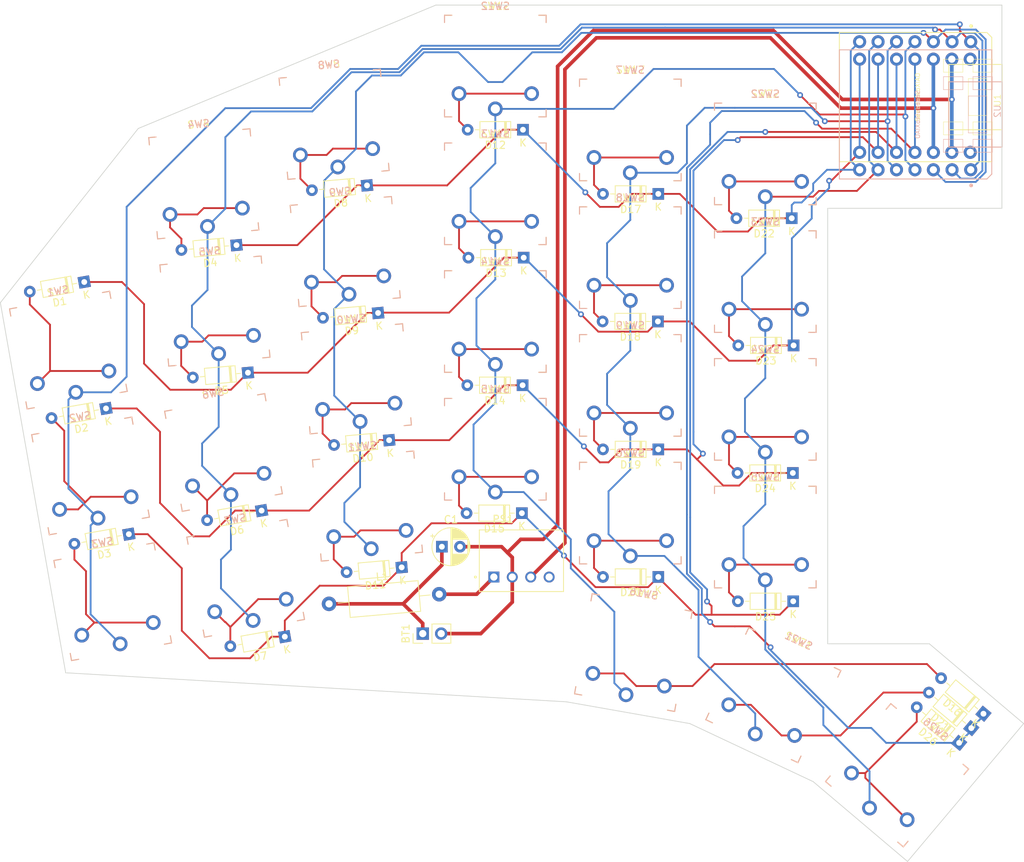
<source format=kicad_pcb>
(kicad_pcb (version 20221018) (generator pcbnew)
  (layers (0 "F.Cu" signal) (31 "B.Cu" signal) (34 "B.Paste" user) (35 "F.Paste" user) (36 "B.SilkS" user "B.Silkscreen") (37 "F.SilkS" user "F.Silkscreen") (38 "B.Mask" user) (39 "F.Mask" user) (44 "Edge.Cuts" user))
  (net 0 "")
  (net 1 "Net-(D1-K)")
  (net 2 "Net-(D1-A)")
  (net 3 "Net-(D10-K)")
  (net 4 "Net-(D2-A)")
  (net 5 "Net-(D11-K)")
  (net 6 "Net-(D3-A)")
  (net 7 "Net-(D12-K)")
  (net 8 "Net-(D4-A)")
  (net 9 "Net-(D5-A)")
  (net 10 "Net-(D6-A)")
  (net 11 "Net-(D7-A)")
  (net 12 "Net-(D8-A)")
  (net 13 "Net-(D9-A)")
  (net 14 "Net-(D10-A)")
  (net 15 "Net-(D11-A)")
  (net 16 "Net-(D12-A)")
  (net 17 "Net-(D13-A)")
  (net 18 "Net-(D14-A)")
  (net 19 "Net-(D15-A)")
  (net 20 "Net-(D16-A)")
  (net 21 "Net-(D17-A)")
  (net 22 "Net-(D18-A)")
  (net 23 "Net-(D19-A)")
  (net 24 "Net-(D20-A)")
  (net 25 "Net-(D21-A)")
  (net 26 "Net-(D22-A)")
  (net 27 "Net-(D23-A)")
  (net 28 "Net-(D24-A)")
  (net 29 "Net-(D25-A)")
  (net 30 "Net-(D26-A)")
  (net 31 "Net-(SW1-A)")
  (net 32 "Net-(SW10-A)")
  (net 33 "Net-(D16-K)")
  (net 34 "Net-(SW4-A)")
  (net 35 "Net-(SW12-A)")
  (net 36 "Net-(SW17-A)")
  (net 37 "Net-(SW22-A)")
  (net 38 "Net-(BT1-+)")
  (net 39 "GND")
  (net 40 "Net-(PS1-+VIN)")
  (net 41 "+3.3V")
  (footprint "Diode_THT:D_DO-35_SOD27_P7.62mm_Horizontal" (layer "F.Cu") (at 171.0436 80.3656 180)
    (fp_text reference "D22")
    (fp_text value "1N4148")
  )
  (footprint "seeduino_xiao:qtpy" (layer "F.Cu") (at 188.146937 63.66914 -90)
    (fp_text reference "U1")
    (fp_text value "SeeeduinoXIAO")
  )
  (footprint "Diode_THT:D_DO-35_SOD27_P7.62mm_Horizontal" (layer "F.Cu") (at 134.0104 68.1736 180)
    (fp_text reference "D12")
    (fp_text value "1N4148")
  )
  (footprint "keyswitches:SW_PG1350_reversible" (layer "F.Cu") (at 149.227 140.216 -10)
    (fp_text reference "SW16")
    (fp_text value "SW_SPST")
  )
  (footprint "Diode_THT:D_DO-35_SOD27_P7.62mm_Horizontal" (layer "F.Cu") (at 152.654 112.2172 180)
    (fp_text reference "D19")
    (fp_text value "1N4148")
  )
  (footprint "keyswitches:SW_PG1350_reversible" (layer "F.Cu") (at 148.8 103.4)
    (fp_text reference "SW19")
    (fp_text value "SW_SPST")
  )
  (footprint "keyswitches:SW_PG1350_reversible" (layer "F.Cu") (at 111.053321 102.49389 5)
    (fp_text reference "SW10")
    (fp_text value "SW_SPST")
  )
  (footprint "Capacitor_THT:CP_Radial_D5.0mm_P2.50mm" (layer "F.Cu") (at 122.8344 125.6284)
    (fp_text reference "C1")
    (fp_text value "2.2uF 16V MLCC")
  )
  (footprint "Diode_THT:D_DO-35_SOD27_P7.62mm_Horizontal" (layer "F.Cu") (at 133.858 121.0056 180)
    (fp_text reference "D15")
    (fp_text value "1N4148")
  )
  (footprint "keyswitches:SW_PG1350_reversible" (layer "F.Cu") (at 74.42712 115.87381 10)
    (fp_text reference "SW2")
    (fp_text value "SW_SPST")
  )
  (footprint "keyswitches:SW_PG1350_reversible" (layer "F.Cu") (at 107.985439 67.427837 5)
    (fp_text reference "SW8")
    (fp_text value "SW_SPST")
  )
  (footprint "Diode_THT:D_DO-35_SOD27_P7.62mm_Horizontal" (layer "F.Cu") (at 195.7832 150.622 140)
    (fp_text reference "D21")
    (fp_text value "1N4148")
  )
  (footprint "keyswitches:SW_PG1350_reversible" (layer "F.Cu") (at 92.744544 112.643954 10)
    (fp_text reference "SW6")
    (fp_text value "SW_SPST")
  )
  (footprint "keyswitches:SW_PG1350_reversible" (layer "F.Cu") (at 112.587262 120.026917 5)
    (fp_text reference "SW11")
    (fp_text value "SW_SPST")
  )
  (footprint "Diode_THT:D_DO-35_SOD27_P7.62mm_Horizontal" (layer "F.Cu") (at 197.4596 148.6408 140)
    (fp_text reference "D16")
    (fp_text value "1N4148")
  )
  (footprint "Connector_PinHeader_2.54mm:PinHeader_1x02_P2.54mm_Vertical" (layer "F.Cu") (at 120.2 137.6 90)
    (fp_text reference "BT1")
    (fp_text value "Battery")
  )
  (footprint "Diode_THT:D_DO-35_SOD27_P7.62mm_Horizontal" (layer "F.Cu") (at 117.2972 128.4732 -175)
    (fp_text reference "D11")
    (fp_text value "1N4148")
  )
  (footprint "Diode_THT:D_DO-35_SOD27_P7.62mm_Horizontal" (layer "F.Cu") (at 79.7052 123.9012 -170)
    (fp_text reference "D3")
    (fp_text value "1N4148")
  )
  (footprint "keyswitches:SW_PG1350_reversible" (layer "F.Cu") (at 148.8 121)
    (fp_text reference "SW20")
    (fp_text value "SW_SPST")
  )
  (footprint "keyswitches:SW_PG1350_reversible" (layer "F.Cu") (at 130.2 112.2)
    (fp_text reference "SW15")
    (fp_text value "SW_SPST")
  )
  (footprint "Diode_THT:D_DO-35_SOD27_P7.62mm_Horizontal" (layer "F.Cu") (at 94.5388 84.074 -175)
    (fp_text reference "D4")
    (fp_text value "1N4148")
  )
  (footprint "keyswitches:SW_PG1350_reversible" (layer "F.Cu") (at 90.031445 75.623819 5)
    (fp_text reference "SW4")
    (fp_text value "SW_SPST")
  )
  (footprint "Diode_THT:D_DO-35_SOD27_P7.62mm_Horizontal" (layer "F.Cu") (at 115.57 110.9472 -175)
    (fp_text reference "D10")
    (fp_text value "1N4148")
  )
  (footprint "Diode_THT:D_DO-35_SOD27_P7.62mm_Horizontal" (layer "F.Cu") (at 76.5556 106.5784 -170)
    (fp_text reference "D2")
    (fp_text value "1N4148")
  )
  (footprint "Diode_THT:D_DO-35_SOD27_P7.62mm_Horizontal" (layer "F.Cu") (at 152.654 77.0128 180)
    (fp_text reference "D17")
    (fp_text value "1N4148")
  )
  (footprint "Diode_THT:D_DO-35_SOD27_P7.62mm_Horizontal" (layer "F.Cu") (at 171.196 115.4684 180)
    (fp_text reference "D24")
    (fp_text value "1N4148")
  )
  (footprint "keyswitches:SW_PG1350_reversible" (layer "F.Cu") (at 91.565387 93.156846 5)
    (fp_text reference "SW5")
    (fp_text value "SW_SPST")
  )
  (footprint "keyswitches:SW_PG1350_reversible" (layer "F.Cu") (at 167.4 106.7)
    (fp_text reference "SW24")
    (fp_text value "SW_SPST")
  )
  (footprint "Inductor_THT:L_Axial_L9.5mm_D4.0mm_P15.24mm_Horizontal_Fastron_SMCC" (layer "F.Cu") (at 107.2896 133.5024 5)
    (fp_text reference "L1")
    (fp_text value "1uH choke")
  )
  (footprint "keyswitches:SW_PG1350_reversible" (layer "F.Cu") (at 167.4 71.5)
    (fp_text reference "SW22")
    (fp_text value "SW_SPST")
  )
  (footprint "keyswitches:SW_PG1350_reversible" (layer "F.Cu") (at 71.370912 98.541193 10)
    (fp_text reference "SW1")
    (fp_text value "SW_SPST")
  )
  (footprint "keyswitches:SW_PG1350_reversible" (layer "F.Cu") (at 148.8 68.2)
    (fp_text reference "SW17")
    (fp_text value "SW_SPST")
  )
  (footprint "keyswitches:SW_PG1350_reversible" (layer "F.Cu") (at 130.2 59.4)
    (fp_text reference "SW12")
    (fp_text value "SW_SPST")
  )
  (footprint "R-78S3.3-0.1:CONV_R-78S3.3-0.1" (layer "F.Cu") (at 133.8072 127.5588)
    (fp_text reference "PS1")
    (fp_text value "R-78S3.3-0.1")
  )
  (footprint "Diode_THT:D_DO-35_SOD27_P7.62mm_Horizontal" (layer "F.Cu") (at 194.1068 152.654 140)
    (fp_text reference "D26")
    (fp_text value "1N4148")
  )
  (footprint "Diode_THT:D_DO-35_SOD27_P7.62mm_Horizontal" (layer "F.Cu") (at 152.654 129.794 180)
    (fp_text reference "D20")
    (fp_text value "1N4148")
  )
  (footprint "Diode_THT:D_DO-35_SOD27_P7.62mm_Horizontal" (layer "F.Cu") (at 171.2468 133.1468 180)
    (fp_text reference "D25")
    (fp_text value "1N4148")
  )
  (footprint "Diode_THT:D_DO-35_SOD27_P7.62mm_Horizontal" (layer "F.Cu") (at 171.2976 97.8916 180)
    (fp_text reference "D23")
    (fp_text value "1N4148")
  )
  (footprint "keyswitches:SW_PG1350_reversible" (layer "F.Cu") (at 95.800752 129.976571 10)
    (fp_text reference "SW7")
    (fp_text value "SW_SPST")
  )
  (footprint "keyswitches:SW_PG1350_reversible" (layer "F.Cu") (at 77.483328 133.206427 10)
    (fp_text reference "SW3")
    (fp_text value "SW_SPST")
  )
  (footprint "Diode_THT:D_DO-35_SOD27_P7.62mm_Horizontal" (layer "F.Cu") (at 152.6032 94.5896 180)
    (fp_text reference "D18")
    (fp_text value "1N4148")
  )
  (footprint "keyswitches:SW_PG1350_reversible" (layer "F.Cu") (at 148.8 85.8)
    (fp_text reference "SW18")
    (fp_text value "SW_SPST")
  )
  (footprint "Diode_THT:D_DO-35_SOD27_P7.62mm_Horizontal" (layer "F.Cu") (at 101.1936 138.0236 -170)
    (fp_text reference "D7")
    (fp_text value "1N4148")
  )
  (footprint "keyswitches:SW_PG1350_reversible" (layer "F.Cu") (at 168.508 146.08 -25)
    (fp_text reference "SW21")
    (fp_text value "SW_SPST")
  )
  (footprint "Diode_THT:D_DO-35_SOD27_P7.62mm_Horizontal" (layer "F.Cu") (at 134.112 85.8012 180)
    (fp_text reference "D13")
    (fp_text value "1N4148")
  )
  (footprint "keyswitches:SW_PG1350_reversible" (layer "F.Cu") (at 130.2 77)
    (fp_text reference "SW13")
    (fp_text value "SW_SPST")
  )
  (footprint "Diode_THT:D_DO-35_SOD27_P7.62mm_Horizontal" (layer "F.Cu") (at 112.522 75.8444 -175)
    (fp_text reference "D8")
    (fp_text value "1N4148")
  )
  (footprint "keyswitches:SW_PG1350_reversible" (layer "F.Cu") (at 109.51938 84.960864 5)
    (fp_text reference "SW9")
    (fp_text value "SW_SPST")
  )
  (footprint "keyswitches:SW_PG1350_reversible" (layer "F.Cu") (at 185.557 157.12 -40)
    (fp_text reference "SW26")
    (fp_text value "SW_SPST")
  )
  (footprint "Diode_THT:D_DO-35_SOD27_P7.62mm_Horizontal" (layer "F.Cu") (at 114.046 93.4212 -175)
    (fp_text reference "D9")
    (fp_text value "1N4148")
  )
  (footprint "keyswitches:SW_PG1350_reversible" (layer "F.Cu") (at 130.2 94.6)
    (fp_text reference "SW14")
    (fp_text value "SW_SPST")
  )
  (footprint "Diode_THT:D_DO-35_SOD27_P7.62mm_Horizontal" (layer "F.Cu") (at 133.9596 103.378 180)
    (fp_text reference "D14")
    (fp_text value "1N4148")
  )
  (footprint "keyswitches:SW_PG1350_reversible" (layer "F.Cu") (at 167.4 89.1)
    (fp_text reference "SW23")
    (fp_text value "SW_SPST")
  )
  (footprint "Diode_THT:D_DO-35_SOD27_P7.62mm_Horizontal" (layer "F.Cu") (at 73.5584 89.154 -170)
    (fp_text reference "D1")
    (fp_text value "1N4148")
  )
  (footprint "Diode_THT:D_DO-35_SOD27_P7.62mm_Horizontal" (layer "F.Cu") (at 97.9932 120.65 -170)
    (fp_text reference "D6")
    (fp_text value "1N4148")
  )
  (footprint "Diode_THT:D_DO-35_SOD27_P7.62mm_Horizontal" (layer "F.Cu") (at 96.1136 101.6508 -175)
    (fp_text reference "D5")
    (fp_text value "1N4148")
  )
  (footprint "keyswitches:SW_PG1350_reversible" (layer "F.Cu") (at 167.4 124.3)
    (fp_text reference "SW25")
    (fp_text value "SW_SPST")
  )
  (footprint "seeduino_xiao:qtpy" (layer "B.Cu") (at 188.146937 66.06914 90)
    (fp_text reference "U2")
    (fp_text value "SeeeduinoXIAO")
  )
  (gr_line (start 157 150) (end 174 158) (stroke (width 0.1)) (layer "Edge.Cuts"))
  (gr_line (start 122 51) (end 200 51) (stroke (width 0.1)) (layer "Edge.Cuts"))
  (gr_line (start 187 169) (end 203 150) (stroke (width 0.1)) (layer "Edge.Cuts"))
  (gr_line (start 122 51) (end 81 68) (stroke (width 0.1)) (layer "Edge.Cuts"))
  (gr_line (start 174 158) (end 187 169) (stroke (width 0.1)) (layer "Edge.Cuts"))
  (gr_line (start 140 147) (end 157 150) (stroke (width 0.1)) (layer "Edge.Cuts"))
  (gr_line (start 200 79) (end 176 79) (stroke (width 0.1)) (layer "Edge.Cuts"))
  (gr_line (start 176 139) (end 190 139) (stroke (width 0.1)) (layer "Edge.Cuts"))
  (gr_line (start 203 150) (end 190 139) (stroke (width 0.1)) (layer "Edge.Cuts"))
  (gr_line (start 62 92) (end 71 143) (stroke (width 0.1)) (layer "Edge.Cuts"))
  (gr_line (start 176 79) (end 176 139) (stroke (width 0.1)) (layer "Edge.Cuts"))
  (gr_line (start 81 68) (end 62 92) (stroke (width 0.1)) (layer "Edge.Cuts"))
  (gr_line (start 200 51) (end 200 79) (stroke (width 0.1)) (layer "Edge.Cuts"))
  (gr_line (start 71 143) (end 140 147) (stroke (width 0.1)) (layer "Edge.Cuts"))
  (segment (start 144.4 96) (end 151.1928 96) (width 0.25) (layer "F.Cu") (net 1))
  (segment (start 176.2 75.2) (end 176.489077 75.2) (width 0.25) (layer "F.Cu") (net 1))
  (segment (start 81.8 92.2) (end 78.754 89.154) (width 0.25) (layer "F.Cu") (net 1))
  (segment (start 96.1136 101.6508) (end 104.3492 101.6508) (width 0.25) (layer "F.Cu") (net 1))
  (segment (start 142 93.6) (end 144.4 96) (width 0.25) (layer "F.Cu") (net 1))
  (segment (start 162.4 100) (end 166.4 100) (width 0.25) (layer "F.Cu") (net 1))
  (segment (start 123.8259 93.3741) (end 131.3988 85.8012) (width 0.25) (layer "F.Cu") (net 1))
  (segment (start 81.8 100.4) (end 85.4 104) (width 0.25) (layer "F.Cu") (net 1))
  (segment (start 104.3492 101.6508) (end 112.5788 93.4212) (width 0.25) (layer "F.Cu") (net 1))
  (segment (start 166.4 100) (end 168.5084 97.8916) (width 0.25) (layer "F.Cu") (net 1))
  (segment (start 114.0931 93.3741) (end 123.8259 93.3741) (width 0.25) (layer "F.Cu") (net 1))
  (segment (start 152.6032 94.5896) (end 156.9896 94.5896) (width 0.25) (layer "F.Cu") (net 1))
  (segment (start 114.046 93.4212) (end 114.0931 93.3741) (width 0.25) (layer "F.Cu") (net 1))
  (segment (start 156.9896 94.5896) (end 162.4 100) (width 0.25) (layer "F.Cu") (net 1))
  (segment (start 151.1928 96) (end 152.6032 94.5896) (width 0.25) (layer "F.Cu") (net 1))
  (segment (start 131.3988 85.8012) (end 134.112 85.8012) (width 0.25) (layer "F.Cu") (net 1))
  (segment (start 81.8 92.2) (end 81.8 100.4) (width 0.25) (layer "F.Cu") (net 1))
  (segment (start 85.4 104) (end 93.7644 104) (width 0.25) (layer "F.Cu") (net 1))
  (segment (start 168.5084 97.8916) (end 171.2976 97.8916) (width 0.25) (layer "F.Cu") (net 1))
  (segment (start 112.5788 93.4212) (end 114.046 93.4212) (width 0.25) (layer "F.Cu") (net 1))
  (segment (start 78.754 89.154) (end 73.5584 89.154) (width 0.25) (layer "F.Cu") (net 1))
  (segment (start 93.7644 104) (end 96.1136 101.6508) (width 0.25) (layer "F.Cu") (net 1))
  (segment (start 176.489077 75.2) (end 180.399937 71.28914) (width 0.25) (layer "F.Cu") (net 1))
  (via (at 142 93.6) (size 0.8) (drill 0.4) (layers "F.Cu" "B.Cu") (net 1))
  (via (at 176.2 75.2) (size 0.8) (drill 0.4) (layers "F.Cu" "B.Cu") (net 1))
  (segment (start 171.059 83.141) (end 172 82.2) (width 0.25) (layer "B.Cu") (net 1))
  (segment (start 180.399937 58.44914) (end 180.399937 71.28914) (width 0.25) (layer "B.Cu") (net 1))
  (segment (start 134.112 85.8012) (end 134.2012 85.8012) (width 0.25) (layer "B.Cu") (net 1))
  (segment (start 171.2976 97.8916) (end 171.059 97.653) (width 0.25) (layer "B.Cu") (net 1))
  (segment (start 173.8 78.6) (end 176.2 76.2) (width 0.25) (layer "B.Cu") (net 1))
  (segment (start 176.2 76.2) (end 176.2 75.2) (width 0.25) (layer "B.Cu") (net 1))
  (segment (start 171.059 97.653) (end 171.059 83.141) (width 0.25) (layer "B.Cu") (net 1))
  (segment (start 172 82.2) (end 173.8 80.4) (width 0.25) (layer "B.Cu") (net 1))
  (segment (start 134.2012 85.8012) (end 142 93.6) (width 0.25) (layer "B.Cu") (net 1))
  (segment (start 173.8 80.4) (end 173.8 78.6) (width 0.25) (layer "B.Cu") (net 1))
  (segment (start 68.843217 95.043217) (end 68.843217 101.415222) (width 0.25) (layer "F.Cu") (net 2))
  (segment (start 67.106736 103.151703) (end 68.843217 101.415222) (width 0.25) (layer "F.Cu") (net 2))
  (segment (start 66.054165 92.254165) (end 68.843217 95.043217) (width 0.25) (layer "F.Cu") (net 2))
  (segment (start 68.843217 101.415222) (end 76.954814 101.415222) (width 0.25) (layer "F.Cu") (net 2))
  (segment (start 66.054165 90.477199) (end 66.054165 92.254165) (width 0.25) (layer "F.Cu") (net 2))
  (segment (start 84 109.8) (end 84 119.6) (width 0.25) (layer "F.Cu") (net 3))
  (segment (start 80.7784 106.5784) (end 84 109.8) (width 0.25) (layer "F.Cu") (net 3))
  (segment (start 180.850797 69.2) (end 182.939937 71.28914) (width 0.25) (layer "F.Cu") (net 3))
  (segment (start 147.5828 112.2172) (end 152.654 112.2172) (width 0.25) (layer "F.Cu") (net 3))
  (segment (start 152.654 112.2172) (end 156.6172 112.2172) (width 0.25) (layer "F.Cu") (net 3))
  (segment (start 131.422 103.378) (end 133.9596 103.378) (width 0.25) (layer "F.Cu") (net 3))
  (segment (start 163.8 117.2) (end 165.5316 115.4684) (width 0.25) (layer "F.Cu") (net 3))
  (segment (start 115.57 110.9472) (end 123.8528 110.9472) (width 0.25) (layer "F.Cu") (net 3))
  (segment (start 144.6 114) (end 145.8 114) (width 0.25) (layer "F.Cu") (net 3))
  (segment (start 88.6 124.2) (end 90.8 124.2) (width 0.25) (layer "F.Cu") (net 3))
  (segment (start 84 119.6) (end 88.6 124.2) (width 0.25) (layer "F.Cu") (net 3))
  (segment (start 158 113.6) (end 158.8 112.8) (width 0.25) (layer "F.Cu") (net 3))
  (segment (start 76.5556 106.5784) (end 80.7784 106.5784) (width 0.25) (layer "F.Cu") (net 3))
  (segment (start 104.55 120.65) (end 114.2528 110.9472) (width 0.25) (layer "F.Cu") (net 3))
  (segment (start 90.8 124.2) (end 94.35 120.65) (width 0.25) (layer "F.Cu") (net 3))
  (segment (start 156.6172 112.2172) (end 158 113.6) (width 0.25) (layer "F.Cu") (net 3))
  (segment (start 123.8528 110.9472) (end 131.422 103.378) (width 0.25) (layer "F.Cu") (net 3))
  (segment (start 164 69.2) (end 180.850797 69.2) (width 0.25) (layer "F.Cu") (net 3))
  (segment (start 163.6 69.6) (end 164 69.2) (width 0.25) (layer "F.Cu") (net 3))
  (segment (start 145.8 114) (end 147.5828 112.2172) (width 0.25) (layer "F.Cu") (net 3))
  (segment (start 165.5316 115.4684) (end 171.196 115.4684) (width 0.25) (layer "F.Cu") (net 3))
  (segment (start 97.9932 120.65) (end 104.55 120.65) (width 0.25) (layer "F.Cu") (net 3))
  (segment (start 114.2528 110.9472) (end 115.57 110.9472) (width 0.25) (layer "F.Cu") (net 3))
  (segment (start 94.35 120.65) (end 97.9932 120.65) (width 0.25) (layer "F.Cu") (net 3))
  (segment (start 142.4 111.8) (end 144.6 114) (width 0.25) (layer "F.Cu") (net 3))
  (segment (start 158 113.6) (end 161.6 117.2) (width 0.25) (layer "F.Cu") (net 3))
  (segment (start 161.6 117.2) (end 163.8 117.2) (width 0.25) (layer "F.Cu") (net 3))
  (via (at 158.8 112.8) (size 0.8) (drill 0.4) (layers "F.Cu" "B.Cu") (net 3))
  (via (at 142.4 111.8) (size 0.8) (drill 0.4) (layers "F.Cu" "B.Cu") (net 3))
  (via (at 163.6 69.6) (size 0.8) (drill 0.4) (layers "F.Cu" "B.Cu") (net 3))
  (segment (start 182.939937 58.44914) (end 182.939937 71.28914) (width 0.25) (layer "B.Cu") (net 3))
  (segment (start 161.709188 69.6) (end 163.6 69.6) (width 0.25) (layer "B.Cu") (net 3))
  (segment (start 133.9596 103.378) (end 133.978 103.378) (width 0.25) (layer "B.Cu") (net 3))
  (segment (start 133.978 103.378) (end 142.4 111.8) (width 0.25) (layer "B.Cu") (net 3))
  (segment (start 157.554594 73.754594) (end 161.709188 69.6) (width 0.25) (layer "B.Cu") (net 3))
  (segment (start 157.5 73.809188) (end 157.554594 73.754594) (width 0.25) (layer "B.Cu") (net 3))
  (segment (start 158.8 112.8) (end 157.5 111.5) (width 0.25) (layer "B.Cu") (net 3))
  (segment (start 157.5 111.5) (end 157.5 109.8) (width 0.25) (layer "B.Cu") (net 3))
  (segment (start 157.5 109.8) (end 157.5 73.809188) (width 0.25) (layer "B.Cu") (net 3))
  (segment (start 70.8 116.6) (end 73.7 119.5) (width 0.25) (layer "F.Cu") (net 4))
  (segment (start 69.051365 107.901599) (end 70.8 109.650234) (width 0.25) (layer "F.Cu") (net 4))
  (segment (start 70.162944 120.48432) (end 72.71568 120.48432) (width 0.25) (layer "F.Cu") (net 4))
  (segment (start 73.7 119.5) (end 74.452161 118.747839) (width 0.25) (layer "F.Cu") (net 4))
  (segment (start 70.8 109.650234) (end 70.8 116.6) (width 0.25) (layer "F.Cu") (net 4))
  (segment (start 72.71568 120.48432) (end 73.7 119.5) (width 0.25) (layer "F.Cu") (net 4))
  (segment (start 74.452161 118.747839) (end 80.011022 118.747839) (width 0.25) (layer "F.Cu") (net 4))
  (segment (start 182.666297 68.4755) (end 185.479937 71.28914) (width 0.25) (layer "F.Cu") (net 5))
  (segment (start 82.3012 123.9012) (end 87 128.6) (width 0.25) (layer "F.Cu") (net 5))
  (segment (start 90.8 141) (end 96.4 141) (width 0.25) (layer "F.Cu") (net 5))
  (segment (start 139.65582 126.85582) (end 144 131.2) (width 0.25) (layer "F.Cu") (net 5))
  (segment (start 99.3764 138.0236) (end 101.1936 138.0236) (width 0.25) (layer "F.Cu") (net 5))
  (segment (start 87 128.6) (end 87 137.2) (width 0.25) (layer "F.Cu") (net 5))
  (segment (start 152.654 129.794) (end 152.654 129.854) (width 0.25) (layer "F.Cu") (net 5))
  (segment (start 160 135) (end 160 133.799369) (width 0.25) (layer "F.Cu") (net 5))
  (segment (start 117.2972 126.5028) (end 121.4 122.4) (width 0.25) (layer "F.Cu") (net 5))
  (segment (start 114.7704 131) (end 117.2972 128.4732) (width 0.25) (layer "F.Cu") (net 5))
  (segment (start 101.1936 135.8064) (end 106 131) (width 0.25) (layer "F.Cu") (net 5))
  (segment (start 167.4 68.4755) (end 182.666297 68.4755) (width 0.25) (layer "F.Cu") (net 5))
  (segment (start 117.2972 128.4732) (end 117.2972 126.5028) (width 0.25) (layer "F.Cu") (net 5))
  (segment (start 169.3936 135) (end 171.2468 133.1468) (width 0.25) (layer "F.Cu") (net 5))
  (segment (start 79.7052 123.9012) (end 82.3012 123.9012) (width 0.25) (layer "F.Cu") (net 5))
  (segment (start 157.8 135) (end 160 135) (width 0.25) (layer "F.Cu") (net 5))
  (segment (start 144 131.2) (end 151.248 131.2) (width 0.25) (layer "F.Cu") (net 5))
  (segment (start 132.4636 122.4) (end 133.858 121.0056) (width 0.25) (layer "F.Cu") (net 5))
  (segment (start 106 131) (end 114.7704 131) (width 0.25) (layer "F.Cu") (net 5))
  (segment (start 152.654 129.854) (end 157.8 135) (width 0.25) (layer "F.Cu") (net 5))
  (segment (start 121.4 122.4) (end 132.4636 122.4) (width 0.25) (layer "F.Cu") (net 5))
  (segment (start 160 133.799369) (end 159.3745 133.173869) (width 0.25) (layer "F.Cu") (net 5))
  (segment (start 87 137.2) (end 90.8 141) (width 0.25) (layer "F.Cu") (net 5))
  (segment (start 101.1936 138.0236) (end 101.1936 135.8064) (width 0.25) (layer "F.Cu") (net 5))
  (segment (start 151.248 131.2) (end 152.654 129.794) (width 0.25) (layer "F.Cu") (net 5))
  (segment (start 96.4 141) (end 99.3764 138.0236) (width 0.25) (layer "F.Cu") (net 5))
  (segment (start 160 135) (end 169.3936 135) (width 0.25) (layer "F.Cu") (net 5))
  (via (at 167.4 68.4755) (size 0.8) (drill 0.4) (layers "F.Cu" "B.Cu") (net 5))
  (via (at 139.65582 126.85582) (size 0.8) (drill 0.4) (layers "F.Cu" "B.Cu") (net 5))
  (via (at 159.3745 133.173869) (size 0.8) (drill 0.4) (layers "F.Cu" "B.Cu") (net 5))
  (segment (start 159.3745 133.173869) (end 159.3745 131.501708) (width 0.25) (layer "B.Cu") (net 5))
  (segment (start 157.05 129.177208) (end 157.05 121.6) (width 0.25) (layer "B.Cu") (net 5))
  (segment (start 158.336396 130.463604) (end 157.05 129.177208) (width 0.25) (layer "B.Cu") (net 5))
  (segment (start 133.858 121.0056) (end 139.65582 126.80342) (width 0.25) (layer "B.Cu") (net 5))
  (segment (start 162.197292 68.4755) (end 167.4 68.4755) (width 0.25) (layer "B.Cu") (net 5))
  (segment (start 157.336396 73.336396) (end 162.197292 68.4755) (width 0.25) (layer "B.Cu") (net 5))
  (segment (start 157.05 121.6) (end 157.05 73.622792) (width 0.25) (layer "B.Cu") (net 5))
  (segment (start 159.3745 131.501708) (end 158.336396 130.463604) (width 0.25) (layer "B.Cu") (net 5))
  (segment (start 139.65582 126.80342) (end 139.65582 126.85582) (width 0.25) (layer "B.Cu") (net 5))
  (segment (start 157.05 73.622792) (end 157.336396 73.336396) (width 0.25) (layer "B.Cu") (net 5))
  (segment (start 185.479937 58.44914) (end 185.479937 71.28914) (width 0.25) (layer "B.Cu") (net 5))
  (segment (start 72.200965 125.224399) (end 72.200965 127.400965) (width 0.25) (layer "F.Cu") (net 6))
  (segment (start 73.8 134.924823) (end 73.8 129) (width 0.25) (layer "F.Cu") (net 6))
  (segment (start 72.200965 127.400965) (end 73.8 129) (width 0.25) (layer "F.Cu") (net 6))
  (segment (start 73.219152 137.816937) (end 74.955633 136.080456) (width 0.25) (layer "F.Cu") (net 6))
  (segment (start 74.955633 136.080456) (end 73.8 134.924823) (width 0.25) (layer "F.Cu") (net 6))
  (segment (start 74.955633 136.080456) (end 83.06723 136.080456) (width 0.25) (layer "F.Cu") (net 6))
  (segment (start 144.6 78.8) (end 147.2 78.8) (width 0.25) (layer "F.Cu") (net 7))
  (segment (start 160.8 82.2) (end 165 82.2) (width 0.25) (layer "F.Cu") (net 7))
  (segment (start 142.6 76.8) (end 144.6 78.8) (width 0.25) (layer "F.Cu") (net 7))
  (segment (start 112.522 75.8444) (end 123.5556 75.8444) (width 0.25) (layer "F.Cu") (net 7))
  (segment (start 111.1556 75.8444) (end 112.522 75.8444) (width 0.25) (layer "F.Cu") (net 7))
  (segment (start 165 82.2) (end 166.8344 80.3656) (width 0.25) (layer "F.Cu") (net 7))
  (segment (start 94.5388 84.074) (end 102.926 84.074) (width 0.25) (layer "F.Cu") (net 7))
  (segment (start 147.2 78.8) (end 148.9872 77.0128) (width 0.25) (layer "F.Cu") (net 7))
  (segment (start 123.5556 75.8444) (end 131.2264 68.1736) (width 0.25) (layer "F.Cu") (net 7))
  (segment (start 166.8344 80.3656) (end 171.0436 80.3656) (width 0.25) (layer "F.Cu") (net 7))
  (segment (start 148.9872 77.0128) (end 152.654 77.0128) (width 0.25) (layer "F.Cu") (net 7))
  (segment (start 131.2264 68.1736) (end 134.0104 68.1736) (width 0.25) (layer "F.Cu") (net 7))
  (segment (start 102.926 84.074) (end 111.1556 75.8444) (width 0.25) (layer "F.Cu") (net 7))
  (segment (start 152.654 77.0128) (end 155.6128 77.0128) (width 0.25) (layer "F.Cu") (net 7))
  (segment (start 155.6128 77.0128) (end 160.8 82.2) (width 0.25) (layer "F.Cu") (net 7))
  (via (at 142.6 76.8) (size 0.8) (drill 0.4) (layers "F.Cu" "B.Cu") (net 7))
  (segment (start 134.0104 68.1736) (end 142.6 76.7632) (width 0.25) (layer "B.Cu") (net 7))
  (segment (start 175.91086 73.68914) (end 180.399937 73.68914) (width 0.25) (layer "B.Cu") (net 7))
  (segment (start 174 76.6) (end 174 75.6) (width 0.25) (layer "B.Cu") (net 7))
  (segment (start 172.4 78.2) (end 174 76.6) (width 0.25) (layer "B.Cu") (net 7))
  (segment (start 171.0436 80.3656) (end 171.0436 78.5564) (width 0.25) (layer "B.Cu") (net 7))
  (segment (start 171.4 78.2) (end 172.4 78.2) (width 0.25) (layer "B.Cu") (net 7))
  (segment (start 171.0436 78.5564) (end 171.4 78.2) (width 0.25) (layer "B.Cu") (net 7))
  (segment (start 174 75.6) (end 175.91086 73.68914) (width 0.25) (layer "B.Cu") (net 7))
  (segment (start 180.399937 56.04914) (end 179.174937 57.27414) (width 0.25) (layer "B.Cu") (net 7))
  (segment (start 179.174937 57.27414) (end 179.174937 72.46414) (width 0.25) (layer "B.Cu") (net 7))
  (segment (start 179.174937 72.46414) (end 180.399937 73.68914) (width 0.25) (layer "B.Cu") (net 7))
  (segment (start 142.6 76.7632) (end 142.6 76.8) (width 0.25) (layer "B.Cu") (net 7))
  (segment (start 90.02642 78.97358) (end 95.34361 78.97358) (width 0.25) (layer "F.Cu") (net 8))
  (segment (start 86.947796 83.202775) (end 85.381663 81.636642) (width 0.25) (layer "F.Cu") (net 8))
  (segment (start 85.381663 81.636642) (end 85.381663 79.845138) (width 0.25) (layer "F.Cu") (net 8))
  (segment (start 85.381663 79.845138) (end 89.154862 79.845138) (width 0.25) (layer "F.Cu") (net 8))
  (segment (start 86.947796 84.738127) (end 86.947796 83.202775) (width 0.25) (layer "F.Cu") (net 8))
  (segment (start 89.154862 79.845138) (end 90.02642 78.97358) (width 0.25) (layer "F.Cu") (net 8))
  (segment (start 90.693393 96.506607) (end 96.877552 96.506607) (width 0.25) (layer "F.Cu") (net 9))
  (segment (start 86.915605 97.378165) (end 86.915605 100.707936) (width 0.25) (layer "F.Cu") (net 9))
  (segment (start 86.915605 97.378165) (end 89.821835 97.378165) (width 0.25) (layer "F.Cu") (net 9))
  (segment (start 89.821835 97.378165) (end 90.693393 96.506607) (width 0.25) (layer "F.Cu") (net 9))
  (segment (start 86.915605 100.707936) (end 88.522596 102.314927) (width 0.25) (layer "F.Cu") (net 9))
  (segment (start 94.234043 115.517983) (end 98.328446 115.517983) (width 0.25) (layer "F.Cu") (net 10))
  (segment (start 90.488965 119.263061) (end 88.480368 117.254464) (width 0.25) (layer "F.Cu") (net 10))
  (segment (start 90.488965 119.263061) (end 94.234043 115.517983) (width 0.25) (layer "F.Cu") (net 10))
  (segment (start 90.488965 121.973199) (end 90.488965 119.263061) (width 0.25) (layer "F.Cu") (net 10))
  (segment (start 93 136) (end 93.689365 136.689365) (width 0.25) (layer "F.Cu") (net 11))
  (segment (start 93.689365 136.689365) (end 93.689365 139.346799) (width 0.25) (layer "F.Cu") (net 11))
  (segment (start 91.536576 134.587081) (end 92.949495 136) (width 0.25) (layer "F.Cu") (net 11))
  (segment (start 92.949495 136) (end 93 136) (width 0.25) (layer "F.Cu") (net 11))
  (segment (start 97.52813 132.8506) (end 101.384654 132.8506) (width 0.25) (layer "F.Cu") (net 11))
  (segment (start 93.689365 136.689365) (end 97.52813 132.8506) (width 0.25) (layer "F.Cu") (net 11))
  (segment (start 106.950844 71.649156) (end 107.822402 70.777598) (width 0.25) (layer "F.Cu") (net 12))
  (segment (start 107.822402 70.777598) (end 113.297604 70.777598) (width 0.25) (layer "F.Cu") (net 12))
  (segment (start 103.335657 71.649156) (end 106.950844 71.649156) (width 0.25) (layer "F.Cu") (net 12))
  (segment (start 103.335657 71.649156) (end 103.335657 74.913188) (width 0.25) (layer "F.Cu") (net 12))
  (segment (start 103.335657 74.913188) (end 104.930996 76.508527) (width 0.25) (layer "F.Cu") (net 12))
  (segment (start 104.869598 92.499929) (end 106.454996 94.085327) (width 0.25) (layer "F.Cu") (net 13))
  (segment (start 104.869598 89.182183) (end 104.869598 92.499929) (width 0.25) (layer "F.Cu") (net 13))
  (segment (start 108.217817 89.182183) (end 109.089375 88.310625) (width 0.25) (layer "F.Cu") (net 13))
  (segment (start 109.089375 88.310625) (end 114.831545 88.310625) (width 0.25) (layer "F.Cu") (net 13))
  (segment (start 104.869598 89.182183) (end 108.217817 89.182183) (width 0.25) (layer "F.Cu") (net 13))
  (segment (start 106.403539 106.715209) (end 106.403539 110.03587) (width 0.25) (layer "F.Cu") (net 14))
  (segment (start 106.403539 106.715209) (end 109.484791 106.715209) (width 0.25) (layer "F.Cu") (net 14))
  (segment (start 110.356349 105.843651) (end 116.365486 105.843651) (width 0.25) (layer "F.Cu") (net 14))
  (segment (start 109.484791 106.715209) (end 110.356349 105.843651) (width 0.25) (layer "F.Cu") (net 14))
  (segment (start 106.403539 110.03587) (end 107.978996 111.611327) (width 0.25) (layer "F.Cu") (net 14))
  (segment (start 107.93748 127.368611) (end 109.706196 129.137327) (width 0.25) (layer "F.Cu") (net 15))
  (segment (start 107.93748 124.248236) (end 107.93748 127.368611) (width 0.25) (layer "F.Cu") (net 15))
  (segment (start 110.751764 124.248236) (end 111.623322 123.376678) (width 0.25) (layer "F.Cu") (net 15))
  (segment (start 111.623322 123.376678) (end 117.899427 123.376678) (width 0.25) (layer "F.Cu") (net 15))
  (segment (start 107.93748 124.248236) (end 110.751764 124.248236) (width 0.25) (layer "F.Cu") (net 15))
  (segment (start 125.2 63.2) (end 125.2 66.9832) (width 0.25) (layer "F.Cu") (net 16))
  (segment (start 135.2 63.2) (end 125.2 63.2) (width 0.25) (layer "F.Cu") (net 16))
  (segment (start 125.2 66.9832) (end 126.3904 68.1736) (width 0.25) (layer "F.Cu") (net 16))
  (segment (start 125.2 84.5092) (end 126.492 85.8012) (width 0.25) (layer "F.Cu") (net 17))
  (segment (start 135.2 80.8) (end 125.2 80.8) (width 0.25) (layer "F.Cu") (net 17))
  (segment (start 125.2 80.8) (end 125.2 84.5092) (width 0.25) (layer "F.Cu") (net 17))
  (segment (start 125.2 102.2384) (end 126.3396 103.378) (width 0.25) (layer "F.Cu") (net 18))
  (segment (start 125.2 98.4) (end 125.2 102.2384) (width 0.25) (layer "F.Cu") (net 18))
  (segment (start 135.2 98.4) (end 125.2 98.4) (width 0.25) (layer "F.Cu") (net 18))
  (segment (start 135.2 116) (end 125.2 116) (width 0.25) (layer "F.Cu") (net 19))
  (segment (start 125.2 116) (end 125.2 119.9676) (width 0.25) (layer "F.Cu") (net 19))
  (segment (start 125.2 119.9676) (end 126.238 121.0056) (width 0.25) (layer "F.Cu") (net 19))
  (segment (start 160.4 141.8) (end 157.37349 144.82651) (width 0.25) (layer "F.Cu") (net 20))
  (segment (start 143.643098 143.090029) (end 147.890029 143.090029) (width 0.25) (layer "F.Cu") (net 20))
  (segment (start 147.890029 143.090029) (end 149.62651 144.82651) (width 0.25) (layer "F.Cu") (net 20))
  (segment (start 149.62651 144.82651) (end 153.491176 144.82651) (width 0.25) (layer "F.Cu") (net 20))
  (segment (start 157.37349 144.82651) (end 153.491176 144.82651) (width 0.25) (layer "F.Cu") (net 20))
  (segment (start 191.622341 143.742758) (end 189.679583 141.8) (width 0.25) (layer "F.Cu") (net 20))
  (segment (start 189.679583 141.8) (end 160.4 141.8) (width 0.25) (layer "F.Cu") (net 20))
  (segment (start 143.8 75.7788) (end 145.034 77.0128) (width 0.25) (layer "F.Cu") (net 21))
  (segment (start 153.8 72) (end 143.8 72) (width 0.25) (layer "F.Cu") (net 21))
  (segment (start 143.8 72) (end 143.8 75.7788) (width 0.25) (layer "F.Cu") (net 21))
  (segment (start 143.8 93.4064) (end 144.9832 94.5896) (width 0.25) (layer "F.Cu") (net 22))
  (segment (start 143.8 89.6) (end 143.8 93.4064) (width 0.25) (layer "F.Cu") (net 22))
  (segment (start 153.8 89.6) (end 143.8 89.6) (width 0.25) (layer "F.Cu") (net 22))
  (segment (start 143.8 107.2) (end 143.8 110.9832) (width 0.25) (layer "F.Cu") (net 23))
  (segment (start 143.8 110.9832) (end 145.034 112.2172) (width 0.25) (layer "F.Cu") (net 23))
  (segment (start 153.8 107.2) (end 143.8 107.2) (width 0.25) (layer "F.Cu") (net 23))
  (segment (start 143.8 128.56) (end 145.034 129.794) (width 0.25) (layer "F.Cu") (net 24))
  (segment (start 153.8 124.8) (end 143.8 124.8) (width 0.25) (layer "F.Cu") (net 24))
  (segment (start 143.8 124.8) (end 143.8 128.56) (width 0.25) (layer "F.Cu") (net 24))
  (segment (start 177.762939 151.637061) (end 183.676042 145.723958) (width 0.25) (layer "F.Cu") (net 25))
  (segment (start 171.43359 151.637061) (end 177.762939 151.637061) (width 0.25) (layer "F.Cu") (net 25))
  (segment (start 169.637061 151.637061) (end 171.43359 151.637061) (width 0.25) (layer "F.Cu") (net 25))
  (segment (start 165.410878 147.410878) (end 169.637061 151.637061) (width 0.25) (layer "F.Cu") (net 25))
  (segment (start 162.370512 147.410878) (end 165.410878 147.410878) (width 0.25) (layer "F.Cu") (net 25))
  (segment (start 183.676042 145.723958) (end 189.945941 145.723958) (width 0.25) (layer "F.Cu") (net 25))
  (segment (start 162.4 75.3) (end 162.4 79.342) (width 0.25) (layer "F.Cu") (net 26))
  (segment (start 172.4 75.3) (end 162.4 75.3) (width 0.25) (layer "F.Cu") (net 26))
  (segment (start 162.4 79.342) (end 163.4236 80.3656) (width 0.25) (layer "F.Cu") (net 26))
  (segment (start 162.4 92.9) (end 162.4 96.614) (width 0.25) (layer "F.Cu") (net 27))
  (segment (start 162.4 96.614) (end 163.6776 97.8916) (width 0.25) (layer "F.Cu") (net 27))
  (segment (start 172.4 92.9) (end 162.4 92.9) (width 0.25) (layer "F.Cu") (net 27))
  (segment (start 162.4 110.5) (end 162.4 114.2924) (width 0.25) (layer "F.Cu") (net 28))
  (segment (start 162.4 114.2924) (end 163.576 115.4684) (width 0.25) (layer "F.Cu") (net 28))
  (segment (start 172.4 110.5) (end 162.4 110.5) (width 0.25) (layer "F.Cu") (net 28))
  (segment (start 162.4 128.1) (end 162.4 131.92) (width 0.25) (layer "F.Cu") (net 29))
  (segment (start 162.4 131.92) (end 163.6268 133.1468) (width 0.25) (layer "F.Cu") (net 29))
  (segment (start 172.4 128.1) (end 162.4 128.1) (width 0.25) (layer "F.Cu") (net 29))
  (segment (start 186.944629 163.244907) (end 181.182969 157.483247) (width 0.25) (layer "F.Cu") (net 30))
  (segment (start 188.269541 149.730459) (end 188.269541 147.755958) (width 0.25) (layer "F.Cu") (net 30))
  (segment (start 179.284185 156.817031) (end 181.182969 156.817031) (width 0.25) (layer "F.Cu") (net 30))
  (segment (start 181.182969 157.483247) (end 181.182969 156.817031) (width 0.25) (layer "F.Cu") (net 30))
  (segment (start 181.182969 156.817031) (end 188.269541 149.730459) (width 0.25) (layer "F.Cu") (net 30))
  (segment (start 194.2 54.545703) (end 195.703437 56.04914) (width 0.25) (layer "F.Cu") (net 31))
  (segment (start 194.2 53.64964) (end 194.2 54.545703) (width 0.25) (layer "F.Cu") (net 31))
  (via (at 194.2 53.64964) (size 0.8) (drill 0.4) (layers "F.Cu" "B.Cu") (net 31))
  (segment (start 104.8 65.2) (end 110.2 59.8) (width 0.25) (layer "B.Cu") (net 31))
  (segment (start 71.379437 117.611969) (end 75.451644 121.684176) (width 0.25) (layer "B.Cu") (net 31))
  (segment (start 93 65.2) (end 104.8 65.2) (width 0.25) (layer "B.Cu") (net 31))
  (segment (start 110.2 59.8) (end 116.8 59.8) (width 0.25) (layer "B.Cu") (net 31))
  (segment (start 72.395436 104.351559) (end 71.379437 105.367558) (width 0.25) (layer "B.Cu") (net 31))
  (segment (start 71.379437 105.367558) (end 71.379437 117.611969) (width 0.25) (layer "B.Cu") (net 31))
  (segment (start 74.435645 122.700175) (end 74.435645 134.944586) (width 0.25) (layer "B.Cu") (net 31))
  (segment (start 141.95036 53.64964) (end 194.2 53.64964) (width 0.25) (layer "B.Cu") (net 31))
  (segment (start 195.703437 56.04914) (end 196.864937 57.21064) (width 0.25) (layer "B.Cu") (net 31))
  (segment (start 74.435645 134.944586) (end 78.507852 139.016793) (width 0.25) (layer "B.Cu") (net 31))
  (segment (start 196.864937 57.21064) (end 196.864937 72.52764) (width 0.25) (layer "B.Cu") (net 31))
  (segment (start 79.4 102.2) (end 79.4 78.8) (width 0.25) (layer "B.Cu") (net 31))
  (segment (start 72.395436 104.351559) (end 77.248441 104.351559) (width 0.25) (layer "B.Cu") (net 31))
  (segment (start 77.248441 104.351559) (end 79.4 102.2) (width 0.25) (layer "B.Cu") (net 31))
  (segment (start 196.864937 72.52764) (end 195.703437 73.68914) (width 0.25) (layer "B.Cu") (net 31))
  (segment (start 141.6 54) (end 141.95036 53.64964) (width 0.25) (layer "B.Cu") (net 31))
  (segment (start 75.451644 121.684176) (end 74.435645 122.700175) (width 0.25) (layer "B.Cu") (net 31))
  (segment (start 116.8 59.8) (end 120 56.6) (width 0.25) (layer "B.Cu") (net 31))
  (segment (start 120 56.6) (end 139 56.6) (width 0.25) (layer "B.Cu") (net 31))
  (segment (start 139 56.6) (end 141.6 54) (width 0.25) (layer "B.Cu") (net 31))
  (segment (start 79.4 78.8) (end 93 65.2) (width 0.25) (layer "B.Cu") (net 31))
  (segment (start 189.2 54.82414) (end 189.334937 54.82414) (width 0.25) (layer "F.Cu") (net 32))
  (segment (start 189.334937 54.82414) (end 190.559937 56.04914) (width 0.25) (layer "F.Cu") (net 32))
  (via (at 189.2 54.82414) (size 0.8) (drill 0.4) (layers "F.Cu" "B.Cu") (net 32))
  (segment (start 192.234937 54.37414) (end 196.410536 54.37414) (width 0.25) (layer "B.Cu") (net 32))
  (segment (start 113.101481 125.904466) (end 109.4 122.202985) (width 0.25) (layer "B.Cu") (net 32))
  (segment (start 197.764937 55.728541) (end 197.764937 73.996448) (width 0.25) (layer "B.Cu") (net 32))
  (segment (start 111.56754 117.43246) (end 111.56754 108.371439) (width 0.25) (layer "B.Cu") (net 32))
  (segment (start 142.048652 54.82414) (end 189.2 54.82414) (width 0.25) (layer "B.Cu") (net 32))
  (segment (start 125.1 57.5) (end 129.2 61.6) (width 0.25) (layer "B.Cu") (net 32))
  (segment (start 117.172792 60.7) (end 120.372792 57.5) (width 0.25) (layer "B.Cu") (net 32))
  (segment (start 108 92.872012) (end 110.033599 90.838413) (width 0.25) (layer "B.Cu") (net 32))
  (segment (start 141.972792 54.9) (end 142.048652 54.82414) (width 0.25) (layer "B.Cu") (net 32))
  (segment (start 108 104.803899) (end 108 92.872012) (width 0.25) (layer "B.Cu") (net 32))
  (segment (start 197.764937 73.996448) (end 196.397245 75.36414) (width 0.25) (layer "B.Cu") (net 32))
  (segment (start 109.4 122.202985) (end 109.4 119.6) (width 0.25) (layer "B.Cu") (net 32))
  (segment (start 192.234937 75.36414) (end 190.559937 73.68914) (width 0.25) (layer "B.Cu") (net 32))
  (segment (start 196.397245 75.36414) (end 192.234937 75.36414) (width 0.25) (layer "B.Cu") (net 32))
  (segment (start 113.2 60.7) (end 117.172792 60.7) (width 0.25) (layer "B.Cu") (net 32))
  (segment (start 190.559937 56.04914) (end 192.234937 54.37414) (width 0.25) (layer "B.Cu") (net 32))
  (segment (start 108.499658 73.305386) (end 111 70.805044) (width 0.25) (layer "B.Cu") (net 32))
  (segment (start 139.372792 57.5) (end 141.972792 54.9) (width 0.25) (layer "B.Cu") (net 32))
  (segment (start 109.4 119.6) (end 111.56754 117.43246) (width 0.25) (layer "B.Cu") (net 32))
  (segment (start 106.6 75.205044) (end 108.499658 73.305386) (width 0.25) (layer "B.Cu") (net 32))
  (segment (start 135.3 57.5) (end 139.372792 57.5) (width 0.25) (layer "B.Cu") (net 32))
  (segment (start 111.56754 108.371439) (end 108 104.803899) (width 0.25) (layer "B.Cu") (net 32))
  (segment (start 111 62.9) (end 113.2 60.7) (width 0.25) (layer "B.Cu") (net 32))
  (segment (start 129.2 61.6) (end 131.2 61.6) (width 0.25) (layer "B.Cu") (net 32))
  (segment (start 110.033599 90.838413) (end 106.6 87.404814) (width 0.25) (layer "B.Cu") (net 32))
  (segment (start 111 70.805044) (end 111 62.9) (width 0.25) (layer "B.Cu") (net 32))
  (segment (start 196.410536 54.37414) (end 197.764937 55.728541) (width 0.25) (layer "B.Cu") (net 32))
  (segment (start 131.2 61.6) (end 135.3 57.5) (width 0.25) (layer "B.Cu") (net 32))
  (segment (start 106.6 87.404814) (end 106.6 75.205044) (width 0.25) (layer "B.Cu") (net 32))
  (segment (start 120.372792 57.5) (end 125.1 57.5) (width 0.25) (layer "B.Cu") (net 32))
  (segment (start 184.756297 68.0255) (end 188.019937 71.28914) (width 0.25) (layer "F.Cu") (net 33))
  (segment (start 168.1245 139.487701) (end 165.236799 136.6) (width 0.25) (layer "F.Cu") (net 33))
  (segment (start 175.2255 68.0255) (end 184.756297 68.0255) (width 0.25) (layer "F.Cu") (net 33))
  (segment (start 163.2 136.6) (end 160.4 136.6) (width 0.25) (layer "F.Cu") (net 33))
  (segment (start 160.4 136.6) (end 159.8 136) (width 0.25) (layer "F.Cu") (net 33))
  (segment (start 174.4 67.2) (end 175.2255 68.0255) (width 0.25) (layer "F.Cu") (net 33))
  (segment (start 165.236799 136.6) (end 163.2 136.6) (width 0.25) (layer "F.Cu") (net 33))
  (via (at 168.1245 139.487701) (size 0.8) (drill 0.4) (layers "F.Cu" "B.Cu") (net 33))
  (via (at 159.8 136) (size 0.8) (drill 0.4) (layers "F.Cu" "B.Cu") (net 33))
  (via (at 174.4 67.2) (size 0.8) (drill 0.4) (layers "F.Cu" "B.Cu") (net 33))
  (segment (start 195.7832 150.622) (end 197.4596 148.9456) (width 0.25) (layer "B.Cu") (net 33))
  (segment (start 156.6 121.2) (end 156.6 73.436396) (width 0.25) (layer "B.Cu") (net 33))
  (segment (start 159.8 136) (end 158.65 134.85) (width 0.25) (layer "B.Cu") (net 33))
  (segment (start 158.65 134.85) (end 158.65 133.6) (width 0.25) (layer "B.Cu") (net 33))
  (segment (start 195.7832 150.9776) (end 195.7832 150.622) (width 0.25) (layer "B.Cu") (net 33))
  (segment (start 158.65 133.6) (end 158.65 131.413604) (width 0.25) (layer "B.Cu") (net 33))
  (segment (start 159.8 67.2) (end 161.4 65.6) (width 0.25) (layer "B.Cu") (net 33))
  (segment (start 161.4 65.6) (end 172.8 65.6) (width 0.25) (layer "B.Cu") (net 33))
  (segment (start 188.019937 58.44914) (end 188.019937 71.28914) (width 0.25) (layer "B.Cu") (net 33))
  (segment (start 156.6 129.363604) (end 156.6 121.2) (width 0.25) (layer "B.Cu") (net 33))
  (segment (start 159.8 70.236396) (end 159.8 68.8) (width 0.25) (layer "B.Cu") (net 33))
  (segment (start 194.1068 152.654) (end 195.7832 150.9776) (width 0.25) (layer "B.Cu") (net 33))
  (segment (start 184.054 152.654) (end 194.1068 152.654) (width 0.25) (layer "B.Cu") (net 33))
  (segment (start 178.836396 150.6) (end 182 150.6) (width 0.25) (layer "B.Cu") (net 33))
  (segment (start 157.418198 72.618198) (end 159.8 70.236396) (width 0.25) (layer "B.Cu") (net 33))
  (segment (start 168.1245 139.888104) (end 168.1245 139.487701) (width 0.25) (layer "B.Cu") (net 33))
  (segment (start 182 150.6) (end 184.054 152.654) (width 0.25) (layer "B.Cu") (net 33))
  (segment (start 156.6 73.436396) (end 157.418198 72.618198) (width 0.25) (layer "B.Cu") (net 33))
  (segment (start 159.8 68.8) (end 159.8 67.2) (width 0.25) (layer "B.Cu") (net 33))
  (segment (start 197.4596 148.9456) (end 197.4596 148.6408) (width 0.25) (layer "B.Cu") (net 33))
  (segment (start 172.4 144.163604) (end 168.1245 139.888104) (width 0.25) (layer "B.Cu") (net 33))
  (segment (start 158.65 131.413604) (end 157.218198 129.981802) (width 0.25) (layer "B.Cu") (net 33))
  (segment (start 172.8 65.6) (end 174.4 67.2) (width 0.25) (layer "B.Cu") (net 33))
  (segment (start 157.218198 129.981802) (end 156.6 129.363604) (width 0.25) (layer "B.Cu") (net 33))
  (segment (start 172.4 144.163604) (end 178.836396 150.6) (width 0.25) (layer "B.Cu") (net 33))
  (segment (start 190.8 54.37414) (end 191.456687 54.37414) (width 0.25) (layer "F.Cu") (net 34))
  (segment (start 191.456687 54.37414) (end 193.131687 56.04914) (width 0.25) (layer "F.Cu") (net 34))
  (via (at 190.8 54.37414) (size 0.8) (drill 0.4) (layers "F.Cu" "B.Cu") (net 34))
  (segment (start 93 79.047032) (end 90.545664 81.501368) (width 0.25) (layer "B.Cu") (net 34))
  (segment (start 141.786396 54.45) (end 139.186396 57.05) (width 0.25) (layer "B.Cu") (net 34))
  (segment (start 92.4 127.4) (end 93.769068 126.030932) (width 0.25) (layer "B.Cu") (net 34))
  (segment (start 116.986396 60.25) (end 110.386396 60.25) (width 0.25) (layer "B.Cu") (net 34))
  (segment (start 96.825276 135.786937) (end 92.4 131.361661) (width 0.25) (layer "B.Cu") (net 34))
  (segment (start 89.8 111.4) (end 92.079606 109.120394) (width 0.25) (layer "B.Cu") (net 34))
  (segment (start 92.079606 99.034395) (end 88.4 95.354789) (width 0.25) (layer "B.Cu") (net 34))
  (segment (start 89.8 114.485252) (end 89.8 111.4) (width 0.25) (layer "B.Cu") (net 34))
  (segment (start 142.136756 54.09964) (end 153.6 54.09964) (width 0.25) (layer "B.Cu") (net 34))
  (segment (start 96.55 65.65) (end 93 69.2) (width 0.25) (layer "B.Cu") (net 34))
  (segment (start 197.314937 73.810052) (end 196.210849 74.91414) (width 0.25) (layer "B.Cu") (net 34))
  (segment (start 139.186396 57.05) (end 120.186396 57.05) (width 0.25) (layer "B.Cu") (net 34))
  (segment (start 196.22414 54.82414) (end 197.314937 55.914937) (width 0.25) (layer "B.Cu") (net 34))
  (segment (start 190.5255 54.09964) (end 190.8 54.37414) (width 0.25) (layer "B.Cu") (net 34))
  (segment (start 141.786396 54.45) (end 142.136756 54.09964) (width 0.25) (layer "B.Cu") (net 34))
  (segment (start 92.4 131.361661) (end 92.4 127.4) (width 0.25) (layer "B.Cu") (net 34))
  (segment (start 193.131687 56.04914) (end 194.356687 54.82414) (width 0.25) (layer "B.Cu") (net 34))
  (segment (start 93.769068 126.030932) (end 93.769068 118.45432) (width 0.25) (layer "B.Cu") (net 34))
  (segment (start 93.769068 118.45432) (end 89.8 114.485252) (width 0.25) (layer "B.Cu") (net 34))
  (segment (start 194.356687 74.91414) (end 193.131687 73.68914) (width 0.25) (layer "B.Cu") (net 34))
  (segment (start 110.386396 60.25) (end 104.986396 65.65) (width 0.25) (layer "B.Cu") (net 34))
  (segment (start 93 69.2) (end 93 79.047032) (width 0.25) (layer "B.Cu") (net 34))
  (segment (start 88.4 92.4) (end 90.545664 90.254336) (width 0.25) (layer "B.Cu") (net 34))
  (segment (start 120.186396 57.05) (end 116.986396 60.25) (width 0.25) (layer "B.Cu") (net 34))
  (segment (start 90.545664 90.254336) (end 90.545664 81.501368) (width 0.25) (layer "B.Cu") (net 34))
  (segment (start 194.356687 54.82414) (end 196.22414 54.82414) (width 0.25) (layer "B.Cu") (net 34))
  (segment (start 88.4 95.354789) (end 88.4 92.4) (width 0.25) (layer "B.Cu") (net 34))
  (segment (start 104.986396 65.65) (end 96.55 65.65) (width 0.25) (layer "B.Cu") (net 34))
  (segment (start 92.079606 109.120394) (end 92.079606 99.034395) (width 0.25) (layer "B.Cu") (net 34))
  (segment (start 197.314937 55.914937) (end 197.314937 73.810052) (width 0.25) (layer "B.Cu") (net 34))
  (segment (start 153.6 54.09964) (end 190.5255 54.09964) (width 0.25) (layer "B.Cu") (net 34))
  (segment (start 196.210849 74.91414) (end 194.356687 74.91414) (width 0.25) (layer "B.Cu") (net 34))
  (segment (start 174.875 66.075) (end 186.430437 66.075) (width 0.25) (layer "F.Cu") (net 35))
  (segment (start 172.2 63.4) (end 174.875 66.075) (width 0.25) (layer "F.Cu") (net 35))
  (segment (start 186.430437 66.075) (end 186.704937 66.3495) (width 0.25) (layer "F.Cu") (net 35))
  (via (at 172.2 63.4) (size 0.8) (drill 0.4) (layers "F.Cu" "B.Cu") (net 35))
  (via (at 186.704937 66.3495) (size 0.8) (drill 0.4) (layers "F.Cu" "B.Cu") (net 35))
  (segment (start 127.2 115.1) (end 127.2 108.8) (width 0.25) (layer "B.Cu") (net 35))
  (segment (start 126.8 76.2) (end 130.2 72.8) (width 0.25) (layer "B.Cu") (net 35))
  (segment (start 130.2 88.8) (end 130.2 82.9) (width 0.25) (layer "B.Cu") (net 35))
  (segment (start 130.2 65.3) (end 146.5 65.3) (width 0.25) (layer "B.Cu") (net 35))
  (segment (start 152 59.8) (end 168.6 59.8) (width 0.25) (layer "B.Cu") (net 35))
  (segment (start 168.6 59.8) (end 172.2 63.4) (width 0.25) (layer "B.Cu") (net 35))
  (segment (start 186.704937 57.36414) (end 186.704937 72.37414) (width 0.25) (layer "B.Cu") (net 35))
  (segment (start 186.704937 72.37414) (end 188.019937 73.68914) (width 0.25) (layer "B.Cu") (net 35))
  (segment (start 146.6 134.6) (end 140.6 128.6) (width 0.25) (layer "B.Cu") (net 35))
  (segment (start 148.202476 146.026366) (end 146.6 144.42389) (width 0.25) (layer "B.Cu") (net 35))
  (segment (start 146.6 144.42389) (end 146.6 134.6) (width 0.25) (layer "B.Cu") (net 35))
  (segment (start 130.2 105.8) (end 130.2 100.5) (width 0.25) (layer "B.Cu") (net 35))
  (segment (start 126.8 79.5) (end 126.8 76.2) (width 0.25) (layer "B.Cu") (net 35))
  (segment (start 140.6 128.6) (end 140.6 124.6) (width 0.25) (layer "B.Cu") (net 35))
  (segment (start 188.019937 56.04914) (end 186.704937 57.36414) (width 0.25) (layer "B.Cu") (net 35))
  (segment (start 130.2 118.1) (end 127.2 115.1) (width 0.25) (layer "B.Cu") (net 35))
  (segment (start 127.6 91.4) (end 130.2 88.8) (width 0.25) (layer "B.Cu") (net 35))
  (segment (start 127.2 108.8) (end 130.2 105.8) (width 0.25) (layer "B.Cu") (net 35))
  (segment (start 130.2 72.8) (end 130.2 65.3) (width 0.25) (layer "B.Cu") (net 35))
  (segment (start 130.2 82.9) (end 126.8 79.5) (width 0.25) (layer "B.Cu") (net 35))
  (segment (start 127.6 97.9) (end 127.6 91.4) (width 0.25) (layer "B.Cu") (net 35))
  (segment (start 134.1 118.1) (end 130.2 118.1) (width 0.25) (layer "B.Cu") (net 35))
  (segment (start 146.5 65.3) (end 152 59.8) (width 0.25) (layer "B.Cu") (net 35))
  (segment (start 140.6 124.6) (end 134.1 118.1) (width 0.25) (layer "B.Cu") (net 35))
  (segment (start 130.2 100.5) (end 127.6 97.9) (width 0.25) (layer "B.Cu") (net 35))
  (segment (start 175.6 67) (end 184.254937 67) (width 0.25) (layer "F.Cu") (net 36))
  (via (at 184.254937 67) (size 0.8) (drill 0.4) (layers "F.Cu" "B.Cu") (net 36))
  (via (at 175.6 67) (size 0.8) (drill 0.4) (layers "F.Cu" "B.Cu") (net 36))
  (segment (start 155.3 74.1) (end 156.6 72.8) (width 0.25) (layer "B.Cu") (net 36))
  (segment (start 148.8 91.7) (end 145.6 88.5) (width 0.25) (layer "B.Cu") (net 36))
  (segment (start 145.8 118) (end 148.8 115) (width 0.25) (layer "B.Cu") (net 36))
  (segment (start 156.6 67.6) (end 159.05 65.15) (width 0.25) (layer "B.Cu") (net 36))
  (segment (start 148.8 115) (end 148.8 109.3) (width 0.25) (layer "B.Cu") (net 36))
  (segment (start 148.8 98.6) (end 148.8 91.7) (width 0.25) (layer "B.Cu") (net 36))
  (segment (start 185.479937 56.04914) (end 184.254937 57.27414) (width 0.25) (layer "B.Cu") (net 36))
  (segment (start 158.2 131.6) (end 153.5 126.9) (width 0.25) (layer "B.Cu") (net 36))
  (segment (start 159.05 65.15) (end 163.2 65.15) (width 0.25) (layer "B.Cu") (net 36))
  (segment (start 184.254937 67) (end 184.254937 72.46414) (width 0.25) (layer "B.Cu") (net 36))
  (segment (start 148.8 74.1) (end 155.3 74.1) (width 0.25) (layer "B.Cu") (net 36))
  (segment (start 145.6 106.1) (end 145.6 101.8) (width 0.25) (layer "B.Cu") (net 36))
  (segment (start 148.8 109.3) (end 145.6 106.1) (width 0.25) (layer "B.Cu") (net 36))
  (segment (start 148.8 80.6) (end 148.8 74.1) (width 0.25) (layer "B.Cu") (net 36))
  (segment (start 145.6 88.5) (end 145.6 83.8) (width 0.25) (layer "B.Cu") (net 36))
  (segment (start 166.014552 151.427216) (end 166.014552 148.614552) (width 0.25) (layer "B.Cu") (net 36))
  (segment (start 166.014552 148.614552) (end 158.2 140.8) (width 0.25) (layer "B.Cu") (net 36))
  (segment (start 173.75 65.15) (end 175.6 67) (width 0.25) (layer "B.Cu") (net 36))
  (segment (start 153.5 126.9) (end 148.8 126.9) (width 0.25) (layer "B.Cu") (net 36))
  (segment (start 145.8 123.9) (end 145.8 118) (width 0.25) (layer "B.Cu") (net 36))
  (segment (start 184.254937 57.27414) (end 184.254937 67) (width 0.25) (layer "B.Cu") (net 36))
  (segment (start 158.2 140.8) (end 158.2 131.6) (width 0.25) (layer "B.Cu") (net 36))
  (segment (start 145.6 83.8) (end 148.8 80.6) (width 0.25) (layer "B.Cu") (net 36))
  (segment (start 163.2 65.15) (end 173.75 65.15) (width 0.25) (layer "B.Cu") (net 36))
  (segment (start 145.6 101.8) (end 148.8 98.6) (width 0.25) (layer "B.Cu") (net 36))
  (segment (start 156.6 72.8) (end 156.6 67.6) (width 0.25) (layer "B.Cu") (net 36))
  (segment (start 148.8 126.9) (end 145.8 123.9) (width 0.25) (layer "B.Cu") (net 36))
  (segment (start 184.254937 72.46414) (end 185.479937 73.68914) (width 0.25) (layer "B.Cu") (net 36))
  (segment (start 174 77.4) (end 174.8 76.6) (width 0.25) (layer "F.Cu") (net 37))
  (segment (start 180.029077 76.6) (end 182.939937 73.68914) (width 0.25) (layer "F.Cu") (net 37))
  (segment (start 167.4 77.4) (end 174 77.4) (width 0.25) (layer "F.Cu") (net 37))
  (segment (start 174.8 76.6) (end 180.029077 76.6) (width 0.25) (layer "F.Cu") (net 37))
  (segment (start 175.4 147.8) (end 167.4 139.8) (width 0.25) (layer "B.Cu") (net 37))
  (segment (start 181.764553 161.639662) (end 181.764553 156.564553) (width 0.25) (layer "B.Cu") (net 37))
  (segment (start 164.2 88.4) (end 167.4 85.2) (width 0.25) (layer "B.Cu") (net 37))
  (segment (start 167.4 119.8) (end 167.4 112.6) (width 0.25) (layer "B.Cu") (net 37))
  (segment (start 182.939937 56.04914) (end 181.714937 57.27414) (width 0.25) (layer "B.Cu") (net 37))
  (segment (start 175.4 150.2) (end 175.4 147.8) (width 0.25) (layer "B.Cu") (net 37))
  (segment (start 181.714937 57.27414) (end 181.714937 72.46414) (width 0.25) (layer "B.Cu") (net 37))
  (segment (start 164.2 91.8) (end 164.2 88.4) (width 0.25) (layer "B.Cu") (net 37))
  (segment (start 167.4 139.8) (end 167.4 130.2) (width 0.25) (layer "B.Cu") (net 37))
  (segment (start 164.4 127.2) (end 164.4 122.8) (width 0.25) (layer "B.Cu") (net 37))
  (segment (start 181.764553 156.564553) (end 175.4 150.2) (width 0.25) (layer "B.Cu") (net 37))
  (segment (start 164.6 105.2) (end 167.4 102.4) (width 0.25) (layer "B.Cu") (net 37))
  (segment (start 167.4 102.4) (end 167.4 95) (width 0.25) (layer "B.Cu") (net 37))
  (segment (start 167.4 130.2) (end 164.4 127.2) (width 0.25) (layer "B.Cu") (net 37))
  (segment (start 181.714937 72.46414) (end 182.939937 73.68914) (width 0.25) (layer "B.Cu") (net 37))
  (segment (start 164.4 122.8) (end 167.4 119.8) (width 0.25) (layer "B.Cu") (net 37))
  (segment (start 167.4 95) (end 164.2 91.8) (width 0.25) (layer "B.Cu") (net 37))
  (segment (start 167.4 112.6) (end 164.6 109.8) (width 0.25) (layer "B.Cu") (net 37))
  (segment (start 164.6 109.8) (end 164.6 105.2) (width 0.25) (layer "B.Cu") (net 37))
  (segment (start 167.4 85.2) (end 167.4 77.4) (width 0.25) (layer "B.Cu") (net 37))
  (segment (start 122.8344 128.1684) (end 122.8344 125.6284) (width 0.5) (layer "F.Cu") (net 38))
  (segment (start 107.2896 133.5024) (end 117.5004 133.5024) (width 0.5) (layer "F.Cu") (net 38))
  (segment (start 120.2 136.202) (end 120.2 137.6) (width 0.5) (layer "F.Cu") (net 38))
  (segment (start 117.5004 133.5024) (end 120.2 136.202) (width 0.5) (layer "F.Cu") (net 38))
  (segment (start 117.5004 133.5024) (end 122.8344 128.1684) (width 0.5) (layer "F.Cu") (net 38))
  (segment (start 178.014214 64) (end 193.099937 64) (width 0.5) (layer "F.Cu") (net 39))
  (segment (start 168.522614 54.5084) (end 178.014214 64) (width 0.5) (layer "F.Cu") (net 39))
  (segment (start 138.7856 59.436) (end 143.7132 54.5084) (width 0.5) (layer "F.Cu") (net 39))
  (segment (start 128.2 137.6) (end 132.5372 133.2628) (width 0.5) (layer "F.Cu") (net 39))
  (segment (start 131.8768 126.4412) (end 132.5372 127.1016) (width 0.5) (layer "F.Cu") (net 39))
  (segment (start 131.064 125.6284) (end 131.8768 126.4412) (width 0.5) (layer "F.Cu") (net 39))
  (segment (start 143.7132 54.5084) (end 168.522614 54.5084) (width 0.5) (layer "F.Cu") (net 39))
  (segment (start 132.5372 133.2628) (end 132.5372 129.8088) (width 0.5) (layer "F.Cu") (net 39))
  (segment (start 131.8768 126.4412) (end 133.7056 124.6124) (width 0.5) (layer "F.Cu") (net 39))
  (segment (start 133.7056 124.6124) (end 136.8044 124.6124) (width 0.5) (layer "F.Cu") (net 39))
  (segment (start 132.5372 127.1016) (end 132.5372 129.8088) (width 0.5) (layer "F.Cu") (net 39))
  (segment (start 138.7856 122.6312) (end 138.7856 59.436) (width 0.5) (layer "F.Cu") (net 39))
  (segment (start 136.8044 124.6124) (end 138.7856 122.6312) (width 0.5) (layer "F.Cu") (net 39))
  (segment (start 125.3344 125.6284) (end 131.064 125.6284) (width 0.5) (layer "F.Cu") (net 39))
  (segment (start 122.74 137.6) (end 128.2 137.6) (width 0.5) (layer "F.Cu") (net 39))
  (via (at 193.099937 64) (size 0.8) (drill 0.4) (layers "F.Cu" "B.Cu") (net 39))
  (segment (start 193.099937 71.28914) (end 193.099937 64) (width 0.5) (layer "B.Cu") (net 39))
  (segment (start 193.099937 64) (end 193.099937 58.44914) (width 0.5) (layer "B.Cu") (net 39))
  (segment (start 127.631854 132.174146) (end 129.9972 129.8088) (width 0.5) (layer "F.Cu") (net 40))
  (segment (start 122.471607 132.174146) (end 127.631854 132.174146) (width 0.5) (layer "F.Cu") (net 40))
  (segment (start 139.7856 125.1004) (end 139.7856 59.850214) (width 0.5) (layer "F.Cu") (net 41))
  (segment (start 168.1084 55.5084) (end 177.8 65.2) (width 0.5) (layer "F.Cu") (net 41))
  (segment (start 135.0772 129.8088) (end 139.7856 125.1004) (width 0.5) (layer "F.Cu") (net 41))
  (segment (start 177.8 65.2) (end 190.559937 65.2) (width 0.5) (layer "F.Cu") (net 41))
  (segment (start 139.7856 59.850214) (end 144.127414 55.5084) (width 0.5) (layer "F.Cu") (net 41))
  (segment (start 144.127414 55.5084) (end 168.1084 55.5084) (width 0.5) (layer "F.Cu") (net 41))
  (via (at 190.559937 65.2) (size 0.8) (drill 0.4) (layers "F.Cu" "B.Cu") (net 41))
  (segment (start 190.559937 65.2) (end 190.559937 71.28914) (width 0.5) (layer "B.Cu") (net 41))
  (segment (start 190.559937 58.44914) (end 190.559937 65.2) (width 0.5) (layer "B.Cu") (net 41))
)
</source>
